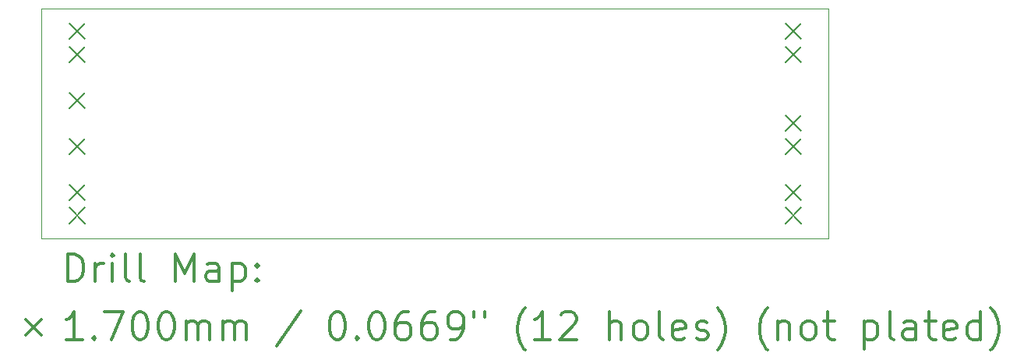
<source format=gbr>
%FSLAX45Y45*%
G04 Gerber Fmt 4.5, Leading zero omitted, Abs format (unit mm)*
G04 Created by KiCad (PCBNEW (5.1.10)-1) date 2021-10-14 23:30:50*
%MOMM*%
%LPD*%
G01*
G04 APERTURE LIST*
%TA.AperFunction,Profile*%
%ADD10C,0.050000*%
%TD*%
%ADD11C,0.200000*%
%ADD12C,0.300000*%
G04 APERTURE END LIST*
D10*
X17600000Y-6550000D02*
X17600000Y-4050000D01*
X26150000Y-6550000D02*
X17600000Y-6550000D01*
X26150000Y-4050000D02*
X26150000Y-6550000D01*
X17600000Y-4050000D02*
X26150000Y-4050000D01*
D11*
X17897000Y-4215000D02*
X18067000Y-4385000D01*
X18067000Y-4215000D02*
X17897000Y-4385000D01*
X17897000Y-4465000D02*
X18067000Y-4635000D01*
X18067000Y-4465000D02*
X17897000Y-4635000D01*
X17897000Y-4965000D02*
X18067000Y-5135000D01*
X18067000Y-4965000D02*
X17897000Y-5135000D01*
X17897000Y-5465000D02*
X18067000Y-5635000D01*
X18067000Y-5465000D02*
X17897000Y-5635000D01*
X17897000Y-5965000D02*
X18067000Y-6135000D01*
X18067000Y-5965000D02*
X17897000Y-6135000D01*
X17897000Y-6215000D02*
X18067000Y-6385000D01*
X18067000Y-6215000D02*
X17897000Y-6385000D01*
X25683000Y-4215000D02*
X25853000Y-4385000D01*
X25853000Y-4215000D02*
X25683000Y-4385000D01*
X25683000Y-4465000D02*
X25853000Y-4635000D01*
X25853000Y-4465000D02*
X25683000Y-4635000D01*
X25683000Y-5215000D02*
X25853000Y-5385000D01*
X25853000Y-5215000D02*
X25683000Y-5385000D01*
X25683000Y-5465000D02*
X25853000Y-5635000D01*
X25853000Y-5465000D02*
X25683000Y-5635000D01*
X25683000Y-5965000D02*
X25853000Y-6135000D01*
X25853000Y-5965000D02*
X25683000Y-6135000D01*
X25683000Y-6215000D02*
X25853000Y-6385000D01*
X25853000Y-6215000D02*
X25683000Y-6385000D01*
D12*
X17883928Y-7018214D02*
X17883928Y-6718214D01*
X17955357Y-6718214D01*
X17998214Y-6732500D01*
X18026786Y-6761071D01*
X18041071Y-6789643D01*
X18055357Y-6846786D01*
X18055357Y-6889643D01*
X18041071Y-6946786D01*
X18026786Y-6975357D01*
X17998214Y-7003929D01*
X17955357Y-7018214D01*
X17883928Y-7018214D01*
X18183928Y-7018214D02*
X18183928Y-6818214D01*
X18183928Y-6875357D02*
X18198214Y-6846786D01*
X18212500Y-6832500D01*
X18241071Y-6818214D01*
X18269643Y-6818214D01*
X18369643Y-7018214D02*
X18369643Y-6818214D01*
X18369643Y-6718214D02*
X18355357Y-6732500D01*
X18369643Y-6746786D01*
X18383928Y-6732500D01*
X18369643Y-6718214D01*
X18369643Y-6746786D01*
X18555357Y-7018214D02*
X18526786Y-7003929D01*
X18512500Y-6975357D01*
X18512500Y-6718214D01*
X18712500Y-7018214D02*
X18683928Y-7003929D01*
X18669643Y-6975357D01*
X18669643Y-6718214D01*
X19055357Y-7018214D02*
X19055357Y-6718214D01*
X19155357Y-6932500D01*
X19255357Y-6718214D01*
X19255357Y-7018214D01*
X19526786Y-7018214D02*
X19526786Y-6861071D01*
X19512500Y-6832500D01*
X19483928Y-6818214D01*
X19426786Y-6818214D01*
X19398214Y-6832500D01*
X19526786Y-7003929D02*
X19498214Y-7018214D01*
X19426786Y-7018214D01*
X19398214Y-7003929D01*
X19383928Y-6975357D01*
X19383928Y-6946786D01*
X19398214Y-6918214D01*
X19426786Y-6903929D01*
X19498214Y-6903929D01*
X19526786Y-6889643D01*
X19669643Y-6818214D02*
X19669643Y-7118214D01*
X19669643Y-6832500D02*
X19698214Y-6818214D01*
X19755357Y-6818214D01*
X19783928Y-6832500D01*
X19798214Y-6846786D01*
X19812500Y-6875357D01*
X19812500Y-6961071D01*
X19798214Y-6989643D01*
X19783928Y-7003929D01*
X19755357Y-7018214D01*
X19698214Y-7018214D01*
X19669643Y-7003929D01*
X19941071Y-6989643D02*
X19955357Y-7003929D01*
X19941071Y-7018214D01*
X19926786Y-7003929D01*
X19941071Y-6989643D01*
X19941071Y-7018214D01*
X19941071Y-6832500D02*
X19955357Y-6846786D01*
X19941071Y-6861071D01*
X19926786Y-6846786D01*
X19941071Y-6832500D01*
X19941071Y-6861071D01*
X17427500Y-7427500D02*
X17597500Y-7597500D01*
X17597500Y-7427500D02*
X17427500Y-7597500D01*
X18041071Y-7648214D02*
X17869643Y-7648214D01*
X17955357Y-7648214D02*
X17955357Y-7348214D01*
X17926786Y-7391071D01*
X17898214Y-7419643D01*
X17869643Y-7433929D01*
X18169643Y-7619643D02*
X18183928Y-7633929D01*
X18169643Y-7648214D01*
X18155357Y-7633929D01*
X18169643Y-7619643D01*
X18169643Y-7648214D01*
X18283928Y-7348214D02*
X18483928Y-7348214D01*
X18355357Y-7648214D01*
X18655357Y-7348214D02*
X18683928Y-7348214D01*
X18712500Y-7362500D01*
X18726786Y-7376786D01*
X18741071Y-7405357D01*
X18755357Y-7462500D01*
X18755357Y-7533929D01*
X18741071Y-7591071D01*
X18726786Y-7619643D01*
X18712500Y-7633929D01*
X18683928Y-7648214D01*
X18655357Y-7648214D01*
X18626786Y-7633929D01*
X18612500Y-7619643D01*
X18598214Y-7591071D01*
X18583928Y-7533929D01*
X18583928Y-7462500D01*
X18598214Y-7405357D01*
X18612500Y-7376786D01*
X18626786Y-7362500D01*
X18655357Y-7348214D01*
X18941071Y-7348214D02*
X18969643Y-7348214D01*
X18998214Y-7362500D01*
X19012500Y-7376786D01*
X19026786Y-7405357D01*
X19041071Y-7462500D01*
X19041071Y-7533929D01*
X19026786Y-7591071D01*
X19012500Y-7619643D01*
X18998214Y-7633929D01*
X18969643Y-7648214D01*
X18941071Y-7648214D01*
X18912500Y-7633929D01*
X18898214Y-7619643D01*
X18883928Y-7591071D01*
X18869643Y-7533929D01*
X18869643Y-7462500D01*
X18883928Y-7405357D01*
X18898214Y-7376786D01*
X18912500Y-7362500D01*
X18941071Y-7348214D01*
X19169643Y-7648214D02*
X19169643Y-7448214D01*
X19169643Y-7476786D02*
X19183928Y-7462500D01*
X19212500Y-7448214D01*
X19255357Y-7448214D01*
X19283928Y-7462500D01*
X19298214Y-7491071D01*
X19298214Y-7648214D01*
X19298214Y-7491071D02*
X19312500Y-7462500D01*
X19341071Y-7448214D01*
X19383928Y-7448214D01*
X19412500Y-7462500D01*
X19426786Y-7491071D01*
X19426786Y-7648214D01*
X19569643Y-7648214D02*
X19569643Y-7448214D01*
X19569643Y-7476786D02*
X19583928Y-7462500D01*
X19612500Y-7448214D01*
X19655357Y-7448214D01*
X19683928Y-7462500D01*
X19698214Y-7491071D01*
X19698214Y-7648214D01*
X19698214Y-7491071D02*
X19712500Y-7462500D01*
X19741071Y-7448214D01*
X19783928Y-7448214D01*
X19812500Y-7462500D01*
X19826786Y-7491071D01*
X19826786Y-7648214D01*
X20412500Y-7333929D02*
X20155357Y-7719643D01*
X20798214Y-7348214D02*
X20826786Y-7348214D01*
X20855357Y-7362500D01*
X20869643Y-7376786D01*
X20883928Y-7405357D01*
X20898214Y-7462500D01*
X20898214Y-7533929D01*
X20883928Y-7591071D01*
X20869643Y-7619643D01*
X20855357Y-7633929D01*
X20826786Y-7648214D01*
X20798214Y-7648214D01*
X20769643Y-7633929D01*
X20755357Y-7619643D01*
X20741071Y-7591071D01*
X20726786Y-7533929D01*
X20726786Y-7462500D01*
X20741071Y-7405357D01*
X20755357Y-7376786D01*
X20769643Y-7362500D01*
X20798214Y-7348214D01*
X21026786Y-7619643D02*
X21041071Y-7633929D01*
X21026786Y-7648214D01*
X21012500Y-7633929D01*
X21026786Y-7619643D01*
X21026786Y-7648214D01*
X21226786Y-7348214D02*
X21255357Y-7348214D01*
X21283928Y-7362500D01*
X21298214Y-7376786D01*
X21312500Y-7405357D01*
X21326786Y-7462500D01*
X21326786Y-7533929D01*
X21312500Y-7591071D01*
X21298214Y-7619643D01*
X21283928Y-7633929D01*
X21255357Y-7648214D01*
X21226786Y-7648214D01*
X21198214Y-7633929D01*
X21183928Y-7619643D01*
X21169643Y-7591071D01*
X21155357Y-7533929D01*
X21155357Y-7462500D01*
X21169643Y-7405357D01*
X21183928Y-7376786D01*
X21198214Y-7362500D01*
X21226786Y-7348214D01*
X21583928Y-7348214D02*
X21526786Y-7348214D01*
X21498214Y-7362500D01*
X21483928Y-7376786D01*
X21455357Y-7419643D01*
X21441071Y-7476786D01*
X21441071Y-7591071D01*
X21455357Y-7619643D01*
X21469643Y-7633929D01*
X21498214Y-7648214D01*
X21555357Y-7648214D01*
X21583928Y-7633929D01*
X21598214Y-7619643D01*
X21612500Y-7591071D01*
X21612500Y-7519643D01*
X21598214Y-7491071D01*
X21583928Y-7476786D01*
X21555357Y-7462500D01*
X21498214Y-7462500D01*
X21469643Y-7476786D01*
X21455357Y-7491071D01*
X21441071Y-7519643D01*
X21869643Y-7348214D02*
X21812500Y-7348214D01*
X21783928Y-7362500D01*
X21769643Y-7376786D01*
X21741071Y-7419643D01*
X21726786Y-7476786D01*
X21726786Y-7591071D01*
X21741071Y-7619643D01*
X21755357Y-7633929D01*
X21783928Y-7648214D01*
X21841071Y-7648214D01*
X21869643Y-7633929D01*
X21883928Y-7619643D01*
X21898214Y-7591071D01*
X21898214Y-7519643D01*
X21883928Y-7491071D01*
X21869643Y-7476786D01*
X21841071Y-7462500D01*
X21783928Y-7462500D01*
X21755357Y-7476786D01*
X21741071Y-7491071D01*
X21726786Y-7519643D01*
X22041071Y-7648214D02*
X22098214Y-7648214D01*
X22126786Y-7633929D01*
X22141071Y-7619643D01*
X22169643Y-7576786D01*
X22183928Y-7519643D01*
X22183928Y-7405357D01*
X22169643Y-7376786D01*
X22155357Y-7362500D01*
X22126786Y-7348214D01*
X22069643Y-7348214D01*
X22041071Y-7362500D01*
X22026786Y-7376786D01*
X22012500Y-7405357D01*
X22012500Y-7476786D01*
X22026786Y-7505357D01*
X22041071Y-7519643D01*
X22069643Y-7533929D01*
X22126786Y-7533929D01*
X22155357Y-7519643D01*
X22169643Y-7505357D01*
X22183928Y-7476786D01*
X22298214Y-7348214D02*
X22298214Y-7405357D01*
X22412500Y-7348214D02*
X22412500Y-7405357D01*
X22855357Y-7762500D02*
X22841071Y-7748214D01*
X22812500Y-7705357D01*
X22798214Y-7676786D01*
X22783928Y-7633929D01*
X22769643Y-7562500D01*
X22769643Y-7505357D01*
X22783928Y-7433929D01*
X22798214Y-7391071D01*
X22812500Y-7362500D01*
X22841071Y-7319643D01*
X22855357Y-7305357D01*
X23126786Y-7648214D02*
X22955357Y-7648214D01*
X23041071Y-7648214D02*
X23041071Y-7348214D01*
X23012500Y-7391071D01*
X22983928Y-7419643D01*
X22955357Y-7433929D01*
X23241071Y-7376786D02*
X23255357Y-7362500D01*
X23283928Y-7348214D01*
X23355357Y-7348214D01*
X23383928Y-7362500D01*
X23398214Y-7376786D01*
X23412500Y-7405357D01*
X23412500Y-7433929D01*
X23398214Y-7476786D01*
X23226786Y-7648214D01*
X23412500Y-7648214D01*
X23769643Y-7648214D02*
X23769643Y-7348214D01*
X23898214Y-7648214D02*
X23898214Y-7491071D01*
X23883928Y-7462500D01*
X23855357Y-7448214D01*
X23812500Y-7448214D01*
X23783928Y-7462500D01*
X23769643Y-7476786D01*
X24083928Y-7648214D02*
X24055357Y-7633929D01*
X24041071Y-7619643D01*
X24026786Y-7591071D01*
X24026786Y-7505357D01*
X24041071Y-7476786D01*
X24055357Y-7462500D01*
X24083928Y-7448214D01*
X24126786Y-7448214D01*
X24155357Y-7462500D01*
X24169643Y-7476786D01*
X24183928Y-7505357D01*
X24183928Y-7591071D01*
X24169643Y-7619643D01*
X24155357Y-7633929D01*
X24126786Y-7648214D01*
X24083928Y-7648214D01*
X24355357Y-7648214D02*
X24326786Y-7633929D01*
X24312500Y-7605357D01*
X24312500Y-7348214D01*
X24583928Y-7633929D02*
X24555357Y-7648214D01*
X24498214Y-7648214D01*
X24469643Y-7633929D01*
X24455357Y-7605357D01*
X24455357Y-7491071D01*
X24469643Y-7462500D01*
X24498214Y-7448214D01*
X24555357Y-7448214D01*
X24583928Y-7462500D01*
X24598214Y-7491071D01*
X24598214Y-7519643D01*
X24455357Y-7548214D01*
X24712500Y-7633929D02*
X24741071Y-7648214D01*
X24798214Y-7648214D01*
X24826786Y-7633929D01*
X24841071Y-7605357D01*
X24841071Y-7591071D01*
X24826786Y-7562500D01*
X24798214Y-7548214D01*
X24755357Y-7548214D01*
X24726786Y-7533929D01*
X24712500Y-7505357D01*
X24712500Y-7491071D01*
X24726786Y-7462500D01*
X24755357Y-7448214D01*
X24798214Y-7448214D01*
X24826786Y-7462500D01*
X24941071Y-7762500D02*
X24955357Y-7748214D01*
X24983928Y-7705357D01*
X24998214Y-7676786D01*
X25012500Y-7633929D01*
X25026786Y-7562500D01*
X25026786Y-7505357D01*
X25012500Y-7433929D01*
X24998214Y-7391071D01*
X24983928Y-7362500D01*
X24955357Y-7319643D01*
X24941071Y-7305357D01*
X25483928Y-7762500D02*
X25469643Y-7748214D01*
X25441071Y-7705357D01*
X25426786Y-7676786D01*
X25412500Y-7633929D01*
X25398214Y-7562500D01*
X25398214Y-7505357D01*
X25412500Y-7433929D01*
X25426786Y-7391071D01*
X25441071Y-7362500D01*
X25469643Y-7319643D01*
X25483928Y-7305357D01*
X25598214Y-7448214D02*
X25598214Y-7648214D01*
X25598214Y-7476786D02*
X25612500Y-7462500D01*
X25641071Y-7448214D01*
X25683928Y-7448214D01*
X25712500Y-7462500D01*
X25726786Y-7491071D01*
X25726786Y-7648214D01*
X25912500Y-7648214D02*
X25883928Y-7633929D01*
X25869643Y-7619643D01*
X25855357Y-7591071D01*
X25855357Y-7505357D01*
X25869643Y-7476786D01*
X25883928Y-7462500D01*
X25912500Y-7448214D01*
X25955357Y-7448214D01*
X25983928Y-7462500D01*
X25998214Y-7476786D01*
X26012500Y-7505357D01*
X26012500Y-7591071D01*
X25998214Y-7619643D01*
X25983928Y-7633929D01*
X25955357Y-7648214D01*
X25912500Y-7648214D01*
X26098214Y-7448214D02*
X26212500Y-7448214D01*
X26141071Y-7348214D02*
X26141071Y-7605357D01*
X26155357Y-7633929D01*
X26183928Y-7648214D01*
X26212500Y-7648214D01*
X26541071Y-7448214D02*
X26541071Y-7748214D01*
X26541071Y-7462500D02*
X26569643Y-7448214D01*
X26626786Y-7448214D01*
X26655357Y-7462500D01*
X26669643Y-7476786D01*
X26683928Y-7505357D01*
X26683928Y-7591071D01*
X26669643Y-7619643D01*
X26655357Y-7633929D01*
X26626786Y-7648214D01*
X26569643Y-7648214D01*
X26541071Y-7633929D01*
X26855357Y-7648214D02*
X26826786Y-7633929D01*
X26812500Y-7605357D01*
X26812500Y-7348214D01*
X27098214Y-7648214D02*
X27098214Y-7491071D01*
X27083928Y-7462500D01*
X27055357Y-7448214D01*
X26998214Y-7448214D01*
X26969643Y-7462500D01*
X27098214Y-7633929D02*
X27069643Y-7648214D01*
X26998214Y-7648214D01*
X26969643Y-7633929D01*
X26955357Y-7605357D01*
X26955357Y-7576786D01*
X26969643Y-7548214D01*
X26998214Y-7533929D01*
X27069643Y-7533929D01*
X27098214Y-7519643D01*
X27198214Y-7448214D02*
X27312500Y-7448214D01*
X27241071Y-7348214D02*
X27241071Y-7605357D01*
X27255357Y-7633929D01*
X27283928Y-7648214D01*
X27312500Y-7648214D01*
X27526786Y-7633929D02*
X27498214Y-7648214D01*
X27441071Y-7648214D01*
X27412500Y-7633929D01*
X27398214Y-7605357D01*
X27398214Y-7491071D01*
X27412500Y-7462500D01*
X27441071Y-7448214D01*
X27498214Y-7448214D01*
X27526786Y-7462500D01*
X27541071Y-7491071D01*
X27541071Y-7519643D01*
X27398214Y-7548214D01*
X27798214Y-7648214D02*
X27798214Y-7348214D01*
X27798214Y-7633929D02*
X27769643Y-7648214D01*
X27712500Y-7648214D01*
X27683928Y-7633929D01*
X27669643Y-7619643D01*
X27655357Y-7591071D01*
X27655357Y-7505357D01*
X27669643Y-7476786D01*
X27683928Y-7462500D01*
X27712500Y-7448214D01*
X27769643Y-7448214D01*
X27798214Y-7462500D01*
X27912500Y-7762500D02*
X27926786Y-7748214D01*
X27955357Y-7705357D01*
X27969643Y-7676786D01*
X27983928Y-7633929D01*
X27998214Y-7562500D01*
X27998214Y-7505357D01*
X27983928Y-7433929D01*
X27969643Y-7391071D01*
X27955357Y-7362500D01*
X27926786Y-7319643D01*
X27912500Y-7305357D01*
M02*

</source>
